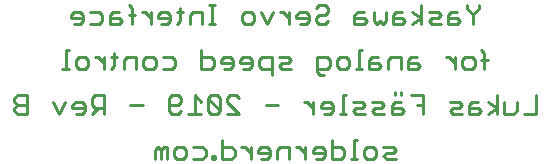
<source format=gbo>
G75*
%MOIN*%
%OFA0B0*%
%FSLAX25Y25*%
%IPPOS*%
%LPD*%
%AMOC8*
5,1,8,0,0,1.08239X$1,22.5*
%
%ADD10C,0.00900*%
D10*
X0171961Y0207094D02*
X0171961Y0210146D01*
X0172978Y0211164D01*
X0173996Y0210146D01*
X0173996Y0207094D01*
X0176031Y0207094D02*
X0176031Y0211164D01*
X0175013Y0211164D01*
X0173996Y0210146D01*
X0178406Y0210146D02*
X0179424Y0211164D01*
X0181459Y0211164D01*
X0182476Y0210146D01*
X0182476Y0208111D01*
X0181459Y0207094D01*
X0179424Y0207094D01*
X0178406Y0208111D01*
X0178406Y0210146D01*
X0184852Y0211164D02*
X0187904Y0211164D01*
X0188922Y0210146D01*
X0188922Y0208111D01*
X0187904Y0207094D01*
X0184852Y0207094D01*
X0191127Y0207094D02*
X0192144Y0207094D01*
X0192144Y0208111D01*
X0191127Y0208111D01*
X0191127Y0207094D01*
X0194520Y0207094D02*
X0194520Y0213199D01*
X0194520Y0211164D02*
X0197572Y0211164D01*
X0198590Y0210146D01*
X0198590Y0208111D01*
X0197572Y0207094D01*
X0194520Y0207094D01*
X0200909Y0211164D02*
X0201926Y0211164D01*
X0203961Y0209129D01*
X0203961Y0207094D02*
X0203961Y0211164D01*
X0206337Y0210146D02*
X0206337Y0209129D01*
X0210407Y0209129D01*
X0210407Y0210146D02*
X0209389Y0211164D01*
X0207354Y0211164D01*
X0206337Y0210146D01*
X0207354Y0207094D02*
X0209389Y0207094D01*
X0210407Y0208111D01*
X0210407Y0210146D01*
X0212782Y0210146D02*
X0212782Y0207094D01*
X0212782Y0210146D02*
X0213800Y0211164D01*
X0216852Y0211164D01*
X0216852Y0207094D01*
X0219171Y0211164D02*
X0220188Y0211164D01*
X0222223Y0209129D01*
X0222223Y0207094D02*
X0222223Y0211164D01*
X0224599Y0210146D02*
X0225616Y0211164D01*
X0227651Y0211164D01*
X0228669Y0210146D01*
X0228669Y0208111D01*
X0227651Y0207094D01*
X0225616Y0207094D01*
X0224599Y0209129D02*
X0228669Y0209129D01*
X0231044Y0211164D02*
X0234097Y0211164D01*
X0235114Y0210146D01*
X0235114Y0208111D01*
X0234097Y0207094D01*
X0231044Y0207094D01*
X0231044Y0213199D01*
X0238394Y0213199D02*
X0238394Y0207094D01*
X0239411Y0207094D02*
X0237376Y0207094D01*
X0241787Y0208111D02*
X0241787Y0210146D01*
X0242804Y0211164D01*
X0244839Y0211164D01*
X0245857Y0210146D01*
X0245857Y0208111D01*
X0244839Y0207094D01*
X0242804Y0207094D01*
X0241787Y0208111D01*
X0239411Y0213199D02*
X0238394Y0213199D01*
X0239044Y0222094D02*
X0238027Y0223111D01*
X0239044Y0224129D01*
X0241080Y0224129D01*
X0242097Y0225146D01*
X0241080Y0226164D01*
X0238027Y0226164D01*
X0235652Y0228199D02*
X0234634Y0228199D01*
X0234634Y0222094D01*
X0233617Y0222094D02*
X0235652Y0222094D01*
X0239044Y0222094D02*
X0242097Y0222094D01*
X0244472Y0223111D02*
X0245490Y0224129D01*
X0247525Y0224129D01*
X0248543Y0225146D01*
X0247525Y0226164D01*
X0244472Y0226164D01*
X0244472Y0223111D02*
X0245490Y0222094D01*
X0248543Y0222094D01*
X0250918Y0222094D02*
X0253971Y0222094D01*
X0254988Y0223111D01*
X0253971Y0224129D01*
X0250918Y0224129D01*
X0250918Y0225146D02*
X0250918Y0222094D01*
X0250918Y0225146D02*
X0251935Y0226164D01*
X0253971Y0226164D01*
X0253971Y0228199D02*
X0253971Y0229216D01*
X0251935Y0229216D02*
X0251935Y0228199D01*
X0257363Y0228199D02*
X0261434Y0228199D01*
X0261434Y0222094D01*
X0261434Y0225146D02*
X0259399Y0225146D01*
X0270254Y0226164D02*
X0273307Y0226164D01*
X0274325Y0225146D01*
X0273307Y0224129D01*
X0271272Y0224129D01*
X0270254Y0223111D01*
X0271272Y0222094D01*
X0274325Y0222094D01*
X0276700Y0222094D02*
X0279753Y0222094D01*
X0280770Y0223111D01*
X0279753Y0224129D01*
X0276700Y0224129D01*
X0276700Y0225146D02*
X0276700Y0222094D01*
X0276700Y0225146D02*
X0277717Y0226164D01*
X0279753Y0226164D01*
X0283089Y0226164D02*
X0286141Y0224129D01*
X0283089Y0222094D01*
X0286141Y0222094D02*
X0286141Y0228199D01*
X0288517Y0226164D02*
X0288517Y0222094D01*
X0291569Y0222094D01*
X0292587Y0223111D01*
X0292587Y0226164D01*
X0294962Y0222094D02*
X0299032Y0222094D01*
X0299032Y0228199D01*
X0281901Y0237094D02*
X0281901Y0242181D01*
X0280883Y0243199D01*
X0280883Y0240146D02*
X0282919Y0240146D01*
X0278622Y0240146D02*
X0278622Y0238111D01*
X0277604Y0237094D01*
X0275569Y0237094D01*
X0274551Y0238111D01*
X0274551Y0240146D01*
X0275569Y0241164D01*
X0277604Y0241164D01*
X0278622Y0240146D01*
X0272176Y0239129D02*
X0270141Y0241164D01*
X0269123Y0241164D01*
X0272176Y0241164D02*
X0272176Y0237094D01*
X0260359Y0238111D02*
X0259342Y0239129D01*
X0256289Y0239129D01*
X0256289Y0240146D02*
X0256289Y0237094D01*
X0259342Y0237094D01*
X0260359Y0238111D01*
X0259342Y0241164D02*
X0257307Y0241164D01*
X0256289Y0240146D01*
X0253914Y0241164D02*
X0253914Y0237094D01*
X0253914Y0241164D02*
X0250861Y0241164D01*
X0249844Y0240146D01*
X0249844Y0237094D01*
X0247468Y0238111D02*
X0246451Y0239129D01*
X0243398Y0239129D01*
X0243398Y0240146D02*
X0243398Y0237094D01*
X0246451Y0237094D01*
X0247468Y0238111D01*
X0246451Y0241164D02*
X0244416Y0241164D01*
X0243398Y0240146D01*
X0241023Y0237094D02*
X0238988Y0237094D01*
X0240005Y0237094D02*
X0240005Y0243199D01*
X0241023Y0243199D01*
X0236726Y0240146D02*
X0236726Y0238111D01*
X0235708Y0237094D01*
X0233673Y0237094D01*
X0232656Y0238111D01*
X0232656Y0240146D01*
X0233673Y0241164D01*
X0235708Y0241164D01*
X0236726Y0240146D01*
X0230280Y0240146D02*
X0230280Y0238111D01*
X0229263Y0237094D01*
X0226210Y0237094D01*
X0226210Y0236076D02*
X0226210Y0241164D01*
X0229263Y0241164D01*
X0230280Y0240146D01*
X0226210Y0236076D02*
X0227228Y0235059D01*
X0228245Y0235059D01*
X0228302Y0226164D02*
X0227284Y0225146D01*
X0227284Y0224129D01*
X0231355Y0224129D01*
X0231355Y0225146D02*
X0230337Y0226164D01*
X0228302Y0226164D01*
X0231355Y0225146D02*
X0231355Y0223111D01*
X0230337Y0222094D01*
X0228302Y0222094D01*
X0224909Y0222094D02*
X0224909Y0226164D01*
X0222874Y0226164D02*
X0221856Y0226164D01*
X0222874Y0226164D02*
X0224909Y0224129D01*
X0213092Y0225146D02*
X0209022Y0225146D01*
X0200201Y0227181D02*
X0199184Y0228199D01*
X0197149Y0228199D01*
X0196131Y0227181D01*
X0196131Y0226164D01*
X0200201Y0222094D01*
X0196131Y0222094D01*
X0193756Y0223111D02*
X0189686Y0227181D01*
X0189686Y0223111D01*
X0190703Y0222094D01*
X0192738Y0222094D01*
X0193756Y0223111D01*
X0193756Y0227181D01*
X0192738Y0228199D01*
X0190703Y0228199D01*
X0189686Y0227181D01*
X0187310Y0226164D02*
X0185275Y0228199D01*
X0185275Y0222094D01*
X0187310Y0222094D02*
X0183240Y0222094D01*
X0180865Y0223111D02*
X0179847Y0222094D01*
X0177812Y0222094D01*
X0176795Y0223111D01*
X0176795Y0227181D01*
X0177812Y0228199D01*
X0179847Y0228199D01*
X0180865Y0227181D01*
X0180865Y0226164D01*
X0179847Y0225146D01*
X0176795Y0225146D01*
X0167974Y0225146D02*
X0163904Y0225146D01*
X0155083Y0224129D02*
X0152030Y0224129D01*
X0151013Y0225146D01*
X0151013Y0227181D01*
X0152030Y0228199D01*
X0155083Y0228199D01*
X0155083Y0222094D01*
X0153048Y0224129D02*
X0151013Y0222094D01*
X0148637Y0223111D02*
X0148637Y0225146D01*
X0147620Y0226164D01*
X0145585Y0226164D01*
X0144567Y0225146D01*
X0144567Y0224129D01*
X0148637Y0224129D01*
X0148637Y0223111D02*
X0147620Y0222094D01*
X0145585Y0222094D01*
X0142192Y0226164D02*
X0140157Y0222094D01*
X0138122Y0226164D01*
X0129301Y0225146D02*
X0126248Y0225146D01*
X0125231Y0224129D01*
X0125231Y0223111D01*
X0126248Y0222094D01*
X0129301Y0222094D01*
X0129301Y0228199D01*
X0126248Y0228199D01*
X0125231Y0227181D01*
X0125231Y0226164D01*
X0126248Y0225146D01*
X0141231Y0237094D02*
X0143266Y0237094D01*
X0142249Y0237094D02*
X0142249Y0243199D01*
X0143266Y0243199D01*
X0145641Y0240146D02*
X0146659Y0241164D01*
X0148694Y0241164D01*
X0149712Y0240146D01*
X0149712Y0238111D01*
X0148694Y0237094D01*
X0146659Y0237094D01*
X0145641Y0238111D01*
X0145641Y0240146D01*
X0152030Y0241164D02*
X0153048Y0241164D01*
X0155083Y0239129D01*
X0155083Y0237094D02*
X0155083Y0241164D01*
X0157345Y0241164D02*
X0159380Y0241164D01*
X0158362Y0242181D02*
X0158362Y0238111D01*
X0157345Y0237094D01*
X0161755Y0237094D02*
X0161755Y0240146D01*
X0162773Y0241164D01*
X0165825Y0241164D01*
X0165825Y0237094D01*
X0168201Y0238111D02*
X0168201Y0240146D01*
X0169218Y0241164D01*
X0171253Y0241164D01*
X0172271Y0240146D01*
X0172271Y0238111D01*
X0171253Y0237094D01*
X0169218Y0237094D01*
X0168201Y0238111D01*
X0174646Y0237094D02*
X0177699Y0237094D01*
X0178716Y0238111D01*
X0178716Y0240146D01*
X0177699Y0241164D01*
X0174646Y0241164D01*
X0174052Y0252094D02*
X0176087Y0252094D01*
X0177105Y0253111D01*
X0177105Y0255146D01*
X0176087Y0256164D01*
X0174052Y0256164D01*
X0173035Y0255146D01*
X0173035Y0254129D01*
X0177105Y0254129D01*
X0179367Y0256164D02*
X0181402Y0256164D01*
X0180384Y0257181D02*
X0180384Y0253111D01*
X0179367Y0252094D01*
X0183777Y0252094D02*
X0183777Y0255146D01*
X0184795Y0256164D01*
X0187847Y0256164D01*
X0187847Y0252094D01*
X0190109Y0252094D02*
X0192144Y0252094D01*
X0191127Y0252094D02*
X0191127Y0258199D01*
X0192144Y0258199D02*
X0190109Y0258199D01*
X0200965Y0255146D02*
X0201983Y0256164D01*
X0204018Y0256164D01*
X0205035Y0255146D01*
X0205035Y0253111D01*
X0204018Y0252094D01*
X0201983Y0252094D01*
X0200965Y0253111D01*
X0200965Y0255146D01*
X0207411Y0256164D02*
X0209446Y0252094D01*
X0211481Y0256164D01*
X0213800Y0256164D02*
X0214817Y0256164D01*
X0216852Y0254129D01*
X0216852Y0252094D02*
X0216852Y0256164D01*
X0219228Y0255146D02*
X0219228Y0254129D01*
X0223298Y0254129D01*
X0223298Y0255146D02*
X0222280Y0256164D01*
X0220245Y0256164D01*
X0219228Y0255146D01*
X0220245Y0252094D02*
X0222280Y0252094D01*
X0223298Y0253111D01*
X0223298Y0255146D01*
X0225673Y0254129D02*
X0225673Y0253111D01*
X0226691Y0252094D01*
X0228726Y0252094D01*
X0229743Y0253111D01*
X0228726Y0255146D02*
X0226691Y0255146D01*
X0225673Y0254129D01*
X0225673Y0257181D02*
X0226691Y0258199D01*
X0228726Y0258199D01*
X0229743Y0257181D01*
X0229743Y0256164D01*
X0228726Y0255146D01*
X0238564Y0255146D02*
X0238564Y0252094D01*
X0241617Y0252094D01*
X0242634Y0253111D01*
X0241617Y0254129D01*
X0238564Y0254129D01*
X0238564Y0255146D02*
X0239582Y0256164D01*
X0241617Y0256164D01*
X0245010Y0256164D02*
X0245010Y0253111D01*
X0246027Y0252094D01*
X0247045Y0253111D01*
X0248062Y0252094D01*
X0249080Y0253111D01*
X0249080Y0256164D01*
X0251455Y0255146D02*
X0251455Y0252094D01*
X0254508Y0252094D01*
X0255525Y0253111D01*
X0254508Y0254129D01*
X0251455Y0254129D01*
X0251455Y0255146D02*
X0252473Y0256164D01*
X0254508Y0256164D01*
X0257844Y0256164D02*
X0260896Y0254129D01*
X0257844Y0252094D01*
X0260896Y0252094D02*
X0260896Y0258199D01*
X0263272Y0256164D02*
X0266324Y0256164D01*
X0267342Y0255146D01*
X0266324Y0254129D01*
X0264289Y0254129D01*
X0263272Y0253111D01*
X0264289Y0252094D01*
X0267342Y0252094D01*
X0269717Y0252094D02*
X0269717Y0255146D01*
X0270735Y0256164D01*
X0272770Y0256164D01*
X0272770Y0254129D02*
X0269717Y0254129D01*
X0269717Y0252094D02*
X0272770Y0252094D01*
X0273787Y0253111D01*
X0272770Y0254129D01*
X0276163Y0257181D02*
X0276163Y0258199D01*
X0276163Y0257181D02*
X0278198Y0255146D01*
X0278198Y0252094D01*
X0278198Y0255146D02*
X0280233Y0257181D01*
X0280233Y0258199D01*
X0251285Y0211164D02*
X0248232Y0211164D01*
X0249250Y0209129D02*
X0251285Y0209129D01*
X0252302Y0210146D01*
X0251285Y0211164D01*
X0249250Y0209129D02*
X0248232Y0208111D01*
X0249250Y0207094D01*
X0252302Y0207094D01*
X0224599Y0209129D02*
X0224599Y0210146D01*
X0210944Y0235059D02*
X0210944Y0241164D01*
X0207891Y0241164D01*
X0206874Y0240146D01*
X0206874Y0238111D01*
X0207891Y0237094D01*
X0210944Y0237094D01*
X0213319Y0238111D02*
X0214337Y0239129D01*
X0216372Y0239129D01*
X0217389Y0240146D01*
X0216372Y0241164D01*
X0213319Y0241164D01*
X0213319Y0238111D02*
X0214337Y0237094D01*
X0217389Y0237094D01*
X0204498Y0238111D02*
X0204498Y0240146D01*
X0203481Y0241164D01*
X0201446Y0241164D01*
X0200428Y0240146D01*
X0200428Y0239129D01*
X0204498Y0239129D01*
X0204498Y0238111D02*
X0203481Y0237094D01*
X0201446Y0237094D01*
X0198053Y0238111D02*
X0198053Y0240146D01*
X0197035Y0241164D01*
X0195000Y0241164D01*
X0193983Y0240146D01*
X0193983Y0239129D01*
X0198053Y0239129D01*
X0198053Y0238111D02*
X0197035Y0237094D01*
X0195000Y0237094D01*
X0191607Y0238111D02*
X0191607Y0240146D01*
X0190590Y0241164D01*
X0187537Y0241164D01*
X0187537Y0243199D02*
X0187537Y0237094D01*
X0190590Y0237094D01*
X0191607Y0238111D01*
X0170659Y0252094D02*
X0170659Y0256164D01*
X0168624Y0256164D02*
X0167607Y0256164D01*
X0168624Y0256164D02*
X0170659Y0254129D01*
X0165288Y0255146D02*
X0163253Y0255146D01*
X0164271Y0257181D02*
X0164271Y0252094D01*
X0160991Y0253111D02*
X0159974Y0254129D01*
X0156921Y0254129D01*
X0156921Y0255146D02*
X0156921Y0252094D01*
X0159974Y0252094D01*
X0160991Y0253111D01*
X0159974Y0256164D02*
X0157939Y0256164D01*
X0156921Y0255146D01*
X0154546Y0255146D02*
X0154546Y0253111D01*
X0153528Y0252094D01*
X0150476Y0252094D01*
X0148100Y0253111D02*
X0148100Y0255146D01*
X0147083Y0256164D01*
X0145048Y0256164D01*
X0144030Y0255146D01*
X0144030Y0254129D01*
X0148100Y0254129D01*
X0148100Y0253111D02*
X0147083Y0252094D01*
X0145048Y0252094D01*
X0150476Y0256164D02*
X0153528Y0256164D01*
X0154546Y0255146D01*
X0163253Y0258199D02*
X0164271Y0257181D01*
M02*

</source>
